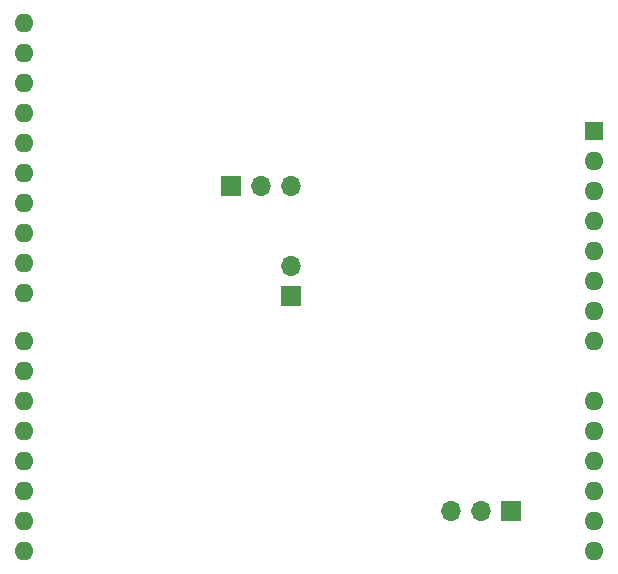
<source format=gbr>
%TF.GenerationSoftware,KiCad,Pcbnew,8.0.5*%
%TF.CreationDate,2024-11-11T20:44:43+01:00*%
%TF.ProjectId,nowa_plytka,6e6f7761-5f70-46c7-9974-6b612e6b6963,rev?*%
%TF.SameCoordinates,Original*%
%TF.FileFunction,Soldermask,Bot*%
%TF.FilePolarity,Negative*%
%FSLAX46Y46*%
G04 Gerber Fmt 4.6, Leading zero omitted, Abs format (unit mm)*
G04 Created by KiCad (PCBNEW 8.0.5) date 2024-11-11 20:44:43*
%MOMM*%
%LPD*%
G01*
G04 APERTURE LIST*
%ADD10R,1.700000X1.700000*%
%ADD11O,1.700000X1.700000*%
%ADD12R,1.600000X1.600000*%
%ADD13O,1.600000X1.600000*%
G04 APERTURE END LIST*
D10*
%TO.C,J3*%
X130920000Y-95000000D03*
D11*
X133460000Y-95000000D03*
X136000000Y-95000000D03*
%TD*%
D10*
%TO.C,J2*%
X136000000Y-104275000D03*
D11*
X136000000Y-101735000D03*
%TD*%
D10*
%TO.C,J1*%
X154580000Y-122500000D03*
D11*
X152040000Y-122500000D03*
X149500000Y-122500000D03*
%TD*%
D12*
%TO.C,A1*%
X161630000Y-90325000D03*
D13*
X161630000Y-92865000D03*
X161630000Y-95405000D03*
X161630000Y-97945000D03*
X161630000Y-100485000D03*
X161630000Y-103025000D03*
X161630000Y-105565000D03*
X161630000Y-108105000D03*
X161630000Y-113185000D03*
X161630000Y-115725000D03*
X161630000Y-118265000D03*
X161630000Y-120805000D03*
X161630000Y-123345000D03*
X161630000Y-125885000D03*
X113370000Y-125885000D03*
X113370000Y-123345000D03*
X113370000Y-120805000D03*
X113370000Y-118265000D03*
X113370000Y-115725000D03*
X113370000Y-113185000D03*
X113370000Y-110645000D03*
X113370000Y-108105000D03*
X113370000Y-104045000D03*
X113370000Y-101505000D03*
X113370000Y-98965000D03*
X113370000Y-96425000D03*
X113370000Y-93885000D03*
X113370000Y-91345000D03*
X113370000Y-88805000D03*
X113370000Y-86265000D03*
X113370000Y-83725000D03*
X113370000Y-81185000D03*
%TD*%
M02*

</source>
